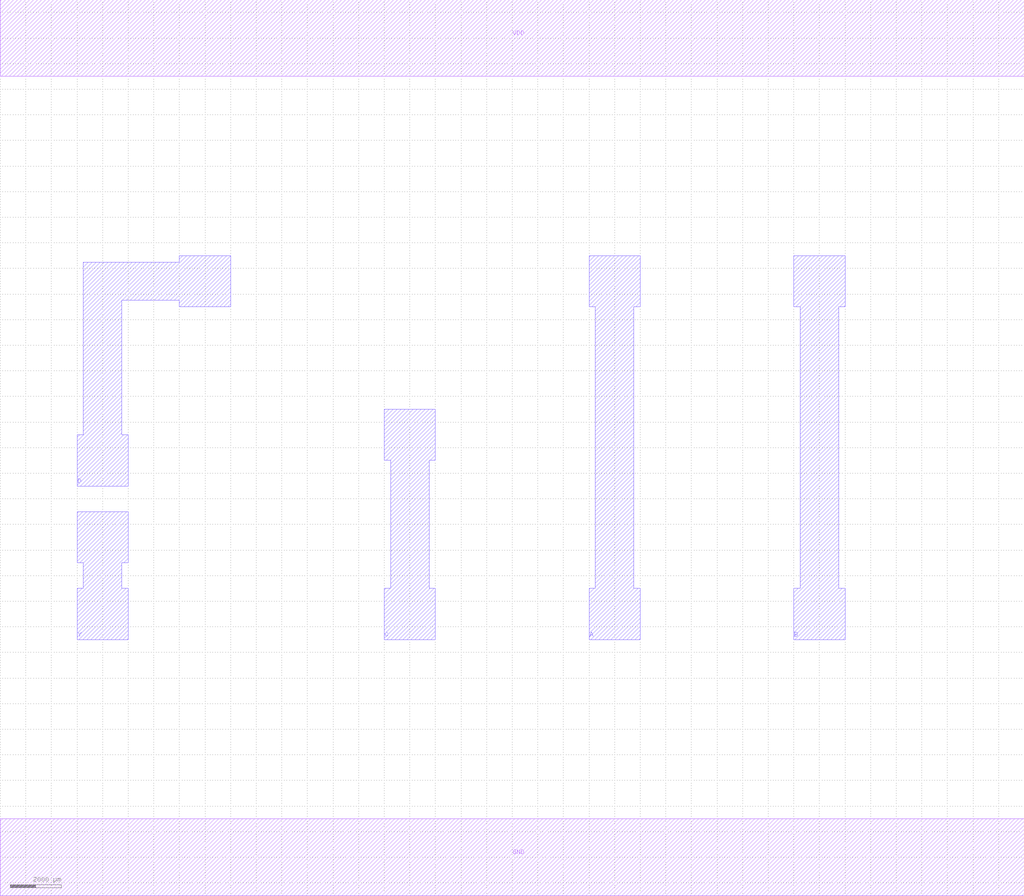
<source format=lef>
MACRO AOI22X1
 CLASS CORE ;
 ORIGIN 0 0 ;
 FOREIGN AOI22X1 0 0 ;
 SITE CORE ;
 SYMMETRY X Y R90 ;
  PIN VDD
   DIRECTION INOUT ;
   USE SIGNAL ;
   SHAPE ABUTMENT ;
    PORT
     CLASS CORE ;
       LAYER metal1 ;
        RECT 0.00000000 30500.00000000 40000.00000000 33500.00000000 ;
    END
  END VDD

  PIN GND
   DIRECTION INOUT ;
   USE SIGNAL ;
   SHAPE ABUTMENT ;
    PORT
     CLASS CORE ;
       LAYER metal1 ;
        RECT 0.00000000 -1500.00000000 40000.00000000 1500.00000000 ;
    END
  END GND

  PIN Y
   DIRECTION INOUT ;
   USE SIGNAL ;
   SHAPE ABUTMENT ;
    PORT
     CLASS CORE ;
       LAYER metal2 ;
        POLYGON 3000.00000000 8500.00000000 3000.00000000 10500.00000000 3250.00000000 10500.00000000 3250.00000000 11500.00000000 3000.00000000 11500.00000000 3000.00000000 13500.00000000 5000.00000000 13500.00000000 5000.00000000 11500.00000000 4750.00000000 11500.00000000 4750.00000000 10500.00000000 5000.00000000 10500.00000000 5000.00000000 8500.00000000 ;
    END
  END Y

  PIN B
   DIRECTION INOUT ;
   USE SIGNAL ;
   SHAPE ABUTMENT ;
    PORT
     CLASS CORE ;
       LAYER metal2 ;
        POLYGON 31000.00000000 8500.00000000 31000.00000000 10500.00000000 31250.00000000 10500.00000000 31250.00000000 21500.00000000 31000.00000000 21500.00000000 31000.00000000 23500.00000000 33000.00000000 23500.00000000 33000.00000000 21500.00000000 32750.00000000 21500.00000000 32750.00000000 10500.00000000 33000.00000000 10500.00000000 33000.00000000 8500.00000000 ;
    END
  END B

  PIN D
   DIRECTION INOUT ;
   USE SIGNAL ;
   SHAPE ABUTMENT ;
    PORT
     CLASS CORE ;
       LAYER metal2 ;
        POLYGON 3000.00000000 14500.00000000 3000.00000000 16500.00000000 3250.00000000 16500.00000000 3250.00000000 23250.00000000 7000.00000000 23250.00000000 7000.00000000 23500.00000000 9000.00000000 23500.00000000 9000.00000000 21500.00000000 7000.00000000 21500.00000000 7000.00000000 21750.00000000 4750.00000000 21750.00000000 4750.00000000 16500.00000000 5000.00000000 16500.00000000 5000.00000000 14500.00000000 ;
    END
  END D

  PIN A
   DIRECTION INOUT ;
   USE SIGNAL ;
   SHAPE ABUTMENT ;
    PORT
     CLASS CORE ;
       LAYER metal2 ;
        POLYGON 23000.00000000 8500.00000000 23000.00000000 10500.00000000 23250.00000000 10500.00000000 23250.00000000 21500.00000000 23000.00000000 21500.00000000 23000.00000000 23500.00000000 25000.00000000 23500.00000000 25000.00000000 21500.00000000 24750.00000000 21500.00000000 24750.00000000 10500.00000000 25000.00000000 10500.00000000 25000.00000000 8500.00000000 ;
    END
  END A

  PIN C
   DIRECTION INOUT ;
   USE SIGNAL ;
   SHAPE ABUTMENT ;
    PORT
     CLASS CORE ;
       LAYER metal2 ;
        POLYGON 15000.00000000 8500.00000000 15000.00000000 10500.00000000 15250.00000000 10500.00000000 15250.00000000 15500.00000000 15000.00000000 15500.00000000 15000.00000000 17500.00000000 17000.00000000 17500.00000000 17000.00000000 15500.00000000 16750.00000000 15500.00000000 16750.00000000 10500.00000000 17000.00000000 10500.00000000 17000.00000000 8500.00000000 ;
    END
  END C


END AOI22X1

</source>
